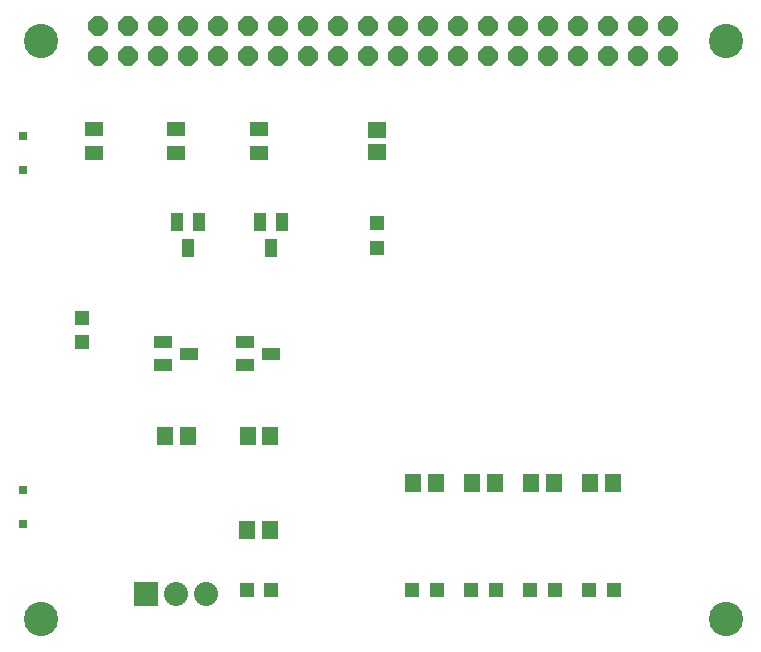
<source format=gts>
G75*
%MOIN*%
%OFA0B0*%
%FSLAX25Y25*%
%IPPOS*%
%LPD*%
%AMOC8*
5,1,8,0,0,1.08239X$1,22.5*
%
%ADD10C,0.11424*%
%ADD11OC8,0.06400*%
%ADD12R,0.04337X0.05912*%
%ADD13R,0.03150X0.02756*%
%ADD14R,0.05912X0.04731*%
%ADD15R,0.05124X0.05124*%
%ADD16R,0.08000X0.08000*%
%ADD17C,0.08000*%
%ADD18R,0.05912X0.04337*%
%ADD19R,0.05518X0.06306*%
%ADD20R,0.06306X0.05518*%
D10*
X0015280Y0015280D03*
X0015280Y0208193D03*
X0243626Y0208193D03*
X0243626Y0015280D03*
D11*
X0224453Y0203193D03*
X0214453Y0203193D03*
X0204453Y0203193D03*
X0194453Y0203193D03*
X0184453Y0203193D03*
X0174453Y0203193D03*
X0164453Y0203193D03*
X0154453Y0203193D03*
X0144453Y0203193D03*
X0134453Y0203193D03*
X0124453Y0203193D03*
X0114453Y0203193D03*
X0104453Y0203193D03*
X0094453Y0203193D03*
X0084453Y0203193D03*
X0074453Y0203193D03*
X0064453Y0203193D03*
X0054453Y0203193D03*
X0044453Y0203193D03*
X0034453Y0203193D03*
X0034453Y0213193D03*
X0044453Y0213193D03*
X0054453Y0213193D03*
X0064453Y0213193D03*
X0074453Y0213193D03*
X0084453Y0213193D03*
X0094453Y0213193D03*
X0104453Y0213193D03*
X0114453Y0213193D03*
X0124453Y0213193D03*
X0134453Y0213193D03*
X0144453Y0213193D03*
X0154453Y0213193D03*
X0164453Y0213193D03*
X0174453Y0213193D03*
X0184453Y0213193D03*
X0194453Y0213193D03*
X0204453Y0213193D03*
X0214453Y0213193D03*
X0224453Y0213193D03*
D12*
X0095791Y0147563D03*
X0088311Y0147563D03*
X0092051Y0138902D03*
X0068232Y0147563D03*
X0060752Y0147563D03*
X0064492Y0138902D03*
D13*
X0009374Y0165083D03*
X0009374Y0176500D03*
X0009374Y0058390D03*
X0009374Y0046972D03*
D14*
X0032996Y0170791D03*
X0032996Y0178665D03*
X0060555Y0178665D03*
X0060555Y0170791D03*
X0088114Y0170791D03*
X0088114Y0178665D03*
D15*
X0127484Y0147366D03*
X0127484Y0139098D03*
X0029059Y0115870D03*
X0029059Y0107602D03*
X0083980Y0025122D03*
X0092248Y0025122D03*
X0139098Y0025122D03*
X0147366Y0025122D03*
X0158783Y0025122D03*
X0167051Y0025122D03*
X0178469Y0025122D03*
X0186736Y0025122D03*
X0198154Y0025122D03*
X0206421Y0025122D03*
D16*
X0050555Y0023685D03*
D17*
X0060555Y0023685D03*
X0070555Y0023685D03*
D18*
X0083469Y0100083D03*
X0092130Y0103823D03*
X0083469Y0107563D03*
X0064886Y0103862D03*
X0056224Y0100122D03*
X0056224Y0107602D03*
D19*
X0056815Y0076303D03*
X0064295Y0076303D03*
X0084374Y0076303D03*
X0091854Y0076303D03*
X0091677Y0045142D03*
X0084197Y0045142D03*
X0139492Y0060555D03*
X0146972Y0060555D03*
X0159177Y0060555D03*
X0166657Y0060555D03*
X0178862Y0060555D03*
X0186343Y0060555D03*
X0198547Y0060555D03*
X0206028Y0060555D03*
D20*
X0127484Y0170988D03*
X0127484Y0178469D03*
M02*

</source>
